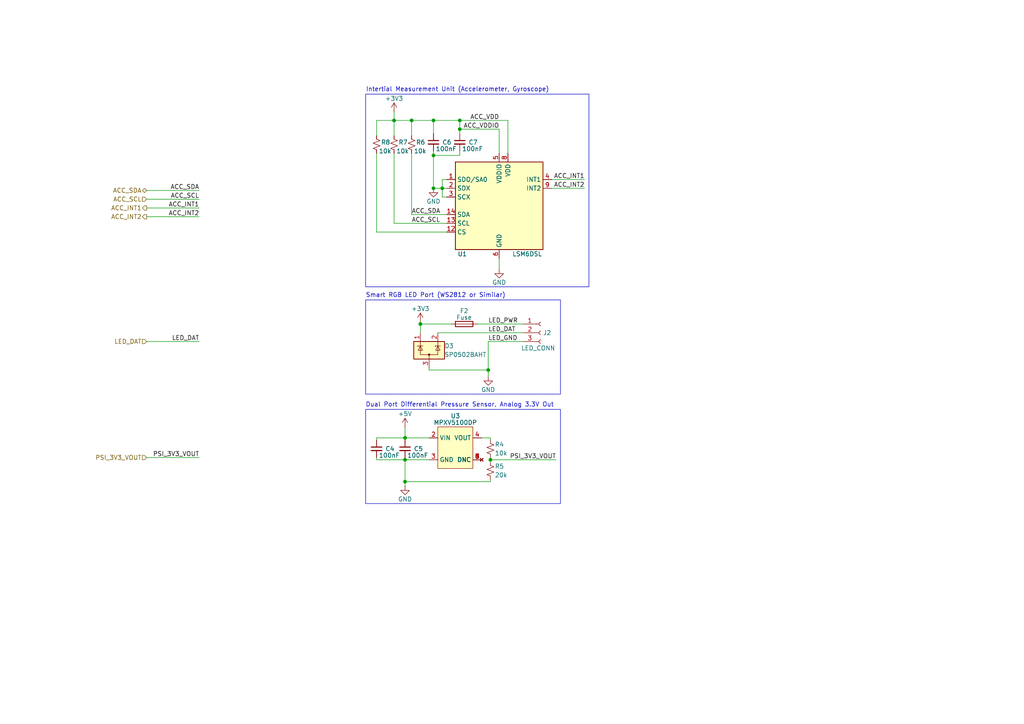
<source format=kicad_sch>
(kicad_sch
	(version 20250114)
	(generator "eeschema")
	(generator_version "9.0")
	(uuid "6ac5d573-a127-49f7-9342-c827ac9c1c0c")
	(paper "A4")
	(title_block
		(title "HuffAndPuff")
		(rev "A1")
		(company "DanWave Design LLC.")
		(comment 1 "In Collaboration with MIF")
		(comment 2 "Design by: Daniel J Manla")
		(comment 3 "Open Source Hardware")
	)
	(lib_symbols
		(symbol "Connector:Conn_01x03_Socket"
			(pin_names
				(offset 1.016)
				(hide yes)
			)
			(exclude_from_sim no)
			(in_bom yes)
			(on_board yes)
			(property "Reference" "J"
				(at 0 5.08 0)
				(effects
					(font
						(size 1.27 1.27)
					)
				)
			)
			(property "Value" "Conn_01x03_Socket"
				(at 0 -5.08 0)
				(effects
					(font
						(size 1.27 1.27)
					)
				)
			)
			(property "Footprint" ""
				(at 0 0 0)
				(effects
					(font
						(size 1.27 1.27)
					)
					(hide yes)
				)
			)
			(property "Datasheet" "~"
				(at 0 0 0)
				(effects
					(font
						(size 1.27 1.27)
					)
					(hide yes)
				)
			)
			(property "Description" "Generic connector, single row, 01x03, script generated"
				(at 0 0 0)
				(effects
					(font
						(size 1.27 1.27)
					)
					(hide yes)
				)
			)
			(property "ki_locked" ""
				(at 0 0 0)
				(effects
					(font
						(size 1.27 1.27)
					)
				)
			)
			(property "ki_keywords" "connector"
				(at 0 0 0)
				(effects
					(font
						(size 1.27 1.27)
					)
					(hide yes)
				)
			)
			(property "ki_fp_filters" "Connector*:*_1x??_*"
				(at 0 0 0)
				(effects
					(font
						(size 1.27 1.27)
					)
					(hide yes)
				)
			)
			(symbol "Conn_01x03_Socket_1_1"
				(polyline
					(pts
						(xy -1.27 2.54) (xy -0.508 2.54)
					)
					(stroke
						(width 0.1524)
						(type default)
					)
					(fill
						(type none)
					)
				)
				(polyline
					(pts
						(xy -1.27 0) (xy -0.508 0)
					)
					(stroke
						(width 0.1524)
						(type default)
					)
					(fill
						(type none)
					)
				)
				(polyline
					(pts
						(xy -1.27 -2.54) (xy -0.508 -2.54)
					)
					(stroke
						(width 0.1524)
						(type default)
					)
					(fill
						(type none)
					)
				)
				(arc
					(start 0 2.032)
					(mid -0.5058 2.54)
					(end 0 3.048)
					(stroke
						(width 0.1524)
						(type default)
					)
					(fill
						(type none)
					)
				)
				(arc
					(start 0 -0.508)
					(mid -0.5058 0)
					(end 0 0.508)
					(stroke
						(width 0.1524)
						(type default)
					)
					(fill
						(type none)
					)
				)
				(arc
					(start 0 -3.048)
					(mid -0.5058 -2.54)
					(end 0 -2.032)
					(stroke
						(width 0.1524)
						(type default)
					)
					(fill
						(type none)
					)
				)
				(pin passive line
					(at -5.08 2.54 0)
					(length 3.81)
					(name "Pin_1"
						(effects
							(font
								(size 1.27 1.27)
							)
						)
					)
					(number "1"
						(effects
							(font
								(size 1.27 1.27)
							)
						)
					)
				)
				(pin passive line
					(at -5.08 0 0)
					(length 3.81)
					(name "Pin_2"
						(effects
							(font
								(size 1.27 1.27)
							)
						)
					)
					(number "2"
						(effects
							(font
								(size 1.27 1.27)
							)
						)
					)
				)
				(pin passive line
					(at -5.08 -2.54 0)
					(length 3.81)
					(name "Pin_3"
						(effects
							(font
								(size 1.27 1.27)
							)
						)
					)
					(number "3"
						(effects
							(font
								(size 1.27 1.27)
							)
						)
					)
				)
			)
			(embedded_fonts no)
		)
		(symbol "Device:C_Small"
			(pin_numbers
				(hide yes)
			)
			(pin_names
				(offset 0.254)
				(hide yes)
			)
			(exclude_from_sim no)
			(in_bom yes)
			(on_board yes)
			(property "Reference" "C"
				(at 0.254 1.778 0)
				(effects
					(font
						(size 1.27 1.27)
					)
					(justify left)
				)
			)
			(property "Value" "C_Small"
				(at 0.254 -2.032 0)
				(effects
					(font
						(size 1.27 1.27)
					)
					(justify left)
				)
			)
			(property "Footprint" ""
				(at 0 0 0)
				(effects
					(font
						(size 1.27 1.27)
					)
					(hide yes)
				)
			)
			(property "Datasheet" "~"
				(at 0 0 0)
				(effects
					(font
						(size 1.27 1.27)
					)
					(hide yes)
				)
			)
			(property "Description" "Unpolarized capacitor, small symbol"
				(at 0 0 0)
				(effects
					(font
						(size 1.27 1.27)
					)
					(hide yes)
				)
			)
			(property "ki_keywords" "capacitor cap"
				(at 0 0 0)
				(effects
					(font
						(size 1.27 1.27)
					)
					(hide yes)
				)
			)
			(property "ki_fp_filters" "C_*"
				(at 0 0 0)
				(effects
					(font
						(size 1.27 1.27)
					)
					(hide yes)
				)
			)
			(symbol "C_Small_0_1"
				(polyline
					(pts
						(xy -1.524 0.508) (xy 1.524 0.508)
					)
					(stroke
						(width 0.3048)
						(type default)
					)
					(fill
						(type none)
					)
				)
				(polyline
					(pts
						(xy -1.524 -0.508) (xy 1.524 -0.508)
					)
					(stroke
						(width 0.3302)
						(type default)
					)
					(fill
						(type none)
					)
				)
			)
			(symbol "C_Small_1_1"
				(pin passive line
					(at 0 2.54 270)
					(length 2.032)
					(name "~"
						(effects
							(font
								(size 1.27 1.27)
							)
						)
					)
					(number "1"
						(effects
							(font
								(size 1.27 1.27)
							)
						)
					)
				)
				(pin passive line
					(at 0 -2.54 90)
					(length 2.032)
					(name "~"
						(effects
							(font
								(size 1.27 1.27)
							)
						)
					)
					(number "2"
						(effects
							(font
								(size 1.27 1.27)
							)
						)
					)
				)
			)
			(embedded_fonts no)
		)
		(symbol "Device:Fuse"
			(pin_numbers
				(hide yes)
			)
			(pin_names
				(offset 0)
			)
			(exclude_from_sim no)
			(in_bom yes)
			(on_board yes)
			(property "Reference" "F"
				(at 2.032 0 90)
				(effects
					(font
						(size 1.27 1.27)
					)
				)
			)
			(property "Value" "Fuse"
				(at -1.905 0 90)
				(effects
					(font
						(size 1.27 1.27)
					)
				)
			)
			(property "Footprint" ""
				(at -1.778 0 90)
				(effects
					(font
						(size 1.27 1.27)
					)
					(hide yes)
				)
			)
			(property "Datasheet" "~"
				(at 0 0 0)
				(effects
					(font
						(size 1.27 1.27)
					)
					(hide yes)
				)
			)
			(property "Description" "Fuse"
				(at 0 0 0)
				(effects
					(font
						(size 1.27 1.27)
					)
					(hide yes)
				)
			)
			(property "ki_keywords" "fuse"
				(at 0 0 0)
				(effects
					(font
						(size 1.27 1.27)
					)
					(hide yes)
				)
			)
			(property "ki_fp_filters" "*Fuse*"
				(at 0 0 0)
				(effects
					(font
						(size 1.27 1.27)
					)
					(hide yes)
				)
			)
			(symbol "Fuse_0_1"
				(rectangle
					(start -0.762 -2.54)
					(end 0.762 2.54)
					(stroke
						(width 0.254)
						(type default)
					)
					(fill
						(type none)
					)
				)
				(polyline
					(pts
						(xy 0 2.54) (xy 0 -2.54)
					)
					(stroke
						(width 0)
						(type default)
					)
					(fill
						(type none)
					)
				)
			)
			(symbol "Fuse_1_1"
				(pin passive line
					(at 0 3.81 270)
					(length 1.27)
					(name "~"
						(effects
							(font
								(size 1.27 1.27)
							)
						)
					)
					(number "1"
						(effects
							(font
								(size 1.27 1.27)
							)
						)
					)
				)
				(pin passive line
					(at 0 -3.81 90)
					(length 1.27)
					(name "~"
						(effects
							(font
								(size 1.27 1.27)
							)
						)
					)
					(number "2"
						(effects
							(font
								(size 1.27 1.27)
							)
						)
					)
				)
			)
			(embedded_fonts no)
		)
		(symbol "Device:R_Small_US"
			(pin_numbers
				(hide yes)
			)
			(pin_names
				(offset 0.254)
				(hide yes)
			)
			(exclude_from_sim no)
			(in_bom yes)
			(on_board yes)
			(property "Reference" "R"
				(at 0.762 0.508 0)
				(effects
					(font
						(size 1.27 1.27)
					)
					(justify left)
				)
			)
			(property "Value" "R_Small_US"
				(at 0.762 -1.016 0)
				(effects
					(font
						(size 1.27 1.27)
					)
					(justify left)
				)
			)
			(property "Footprint" ""
				(at 0 0 0)
				(effects
					(font
						(size 1.27 1.27)
					)
					(hide yes)
				)
			)
			(property "Datasheet" "~"
				(at 0 0 0)
				(effects
					(font
						(size 1.27 1.27)
					)
					(hide yes)
				)
			)
			(property "Description" "Resistor, small US symbol"
				(at 0 0 0)
				(effects
					(font
						(size 1.27 1.27)
					)
					(hide yes)
				)
			)
			(property "ki_keywords" "r resistor"
				(at 0 0 0)
				(effects
					(font
						(size 1.27 1.27)
					)
					(hide yes)
				)
			)
			(property "ki_fp_filters" "R_*"
				(at 0 0 0)
				(effects
					(font
						(size 1.27 1.27)
					)
					(hide yes)
				)
			)
			(symbol "R_Small_US_1_1"
				(polyline
					(pts
						(xy 0 1.524) (xy 1.016 1.143) (xy 0 0.762) (xy -1.016 0.381) (xy 0 0)
					)
					(stroke
						(width 0)
						(type default)
					)
					(fill
						(type none)
					)
				)
				(polyline
					(pts
						(xy 0 0) (xy 1.016 -0.381) (xy 0 -0.762) (xy -1.016 -1.143) (xy 0 -1.524)
					)
					(stroke
						(width 0)
						(type default)
					)
					(fill
						(type none)
					)
				)
				(pin passive line
					(at 0 2.54 270)
					(length 1.016)
					(name "~"
						(effects
							(font
								(size 1.27 1.27)
							)
						)
					)
					(number "1"
						(effects
							(font
								(size 1.27 1.27)
							)
						)
					)
				)
				(pin passive line
					(at 0 -2.54 90)
					(length 1.016)
					(name "~"
						(effects
							(font
								(size 1.27 1.27)
							)
						)
					)
					(number "2"
						(effects
							(font
								(size 1.27 1.27)
							)
						)
					)
				)
			)
			(embedded_fonts no)
		)
		(symbol "MPXV5100DP_1"
			(exclude_from_sim no)
			(in_bom yes)
			(on_board yes)
			(property "Reference" "U"
				(at 0 2.54 0)
				(effects
					(font
						(size 1.27 1.27)
					)
				)
			)
			(property "Value" "MPXV5100DP"
				(at 0 2.54 0)
				(effects
					(font
						(size 1.27 1.27)
					)
				)
			)
			(property "Footprint" "PressureSensor:BSOP-8-W16.76-H7.62-P2.54"
				(at 0 2.54 0)
				(effects
					(font
						(size 1.27 1.27)
					)
					(hide yes)
				)
			)
			(property "Datasheet" "https://www.nxp.com/docs/en/data-sheet/MPX5100.pdf"
				(at 0 2.54 0)
				(effects
					(font
						(size 1.27 1.27)
					)
					(hide yes)
				)
			)
			(property "Description" "Dual Port Differential Pressure Sensor"
				(at 0 2.54 0)
				(effects
					(font
						(size 1.27 1.27)
					)
					(hide yes)
				)
			)
			(symbol "MPXV5100DP_1_1_0"
				(pin no_connect line
					(at 7.62 -8.89 180)
					(length 2.54)
					(name "DNC"
						(effects
							(font
								(size 1.27 1.27)
							)
						)
					)
					(number "7"
						(effects
							(font
								(size 1.27 1.27)
							)
						)
					)
				)
				(pin no_connect line
					(at 7.62 -8.89 180)
					(length 2.54)
					(name "DNC"
						(effects
							(font
								(size 1.27 1.27)
							)
						)
					)
					(number "8"
						(effects
							(font
								(size 1.27 1.27)
							)
						)
					)
				)
			)
			(symbol "MPXV5100DP_1_1_1"
				(rectangle
					(start -5.08 0.635)
					(end 5.08 -11.43)
					(stroke
						(width 0)
						(type default)
					)
					(fill
						(type background)
					)
				)
				(pin power_in line
					(at -7.62 -2.54 0)
					(length 2.54)
					(name "VIN"
						(effects
							(font
								(size 1.27 1.27)
							)
						)
					)
					(number "2"
						(effects
							(font
								(size 1.27 1.27)
							)
						)
					)
				)
				(pin power_out line
					(at -7.62 -8.89 0)
					(length 2.54)
					(name "GND"
						(effects
							(font
								(size 1.27 1.27)
							)
						)
					)
					(number "3"
						(effects
							(font
								(size 1.27 1.27)
							)
						)
					)
				)
				(pin output line
					(at 7.62 -2.54 180)
					(length 2.54)
					(name "VOUT"
						(effects
							(font
								(size 1.27 1.27)
							)
						)
					)
					(number "4"
						(effects
							(font
								(size 1.27 1.27)
							)
						)
					)
				)
				(pin no_connect line
					(at 7.62 -8.89 180)
					(length 2.54)
					(name "DNC"
						(effects
							(font
								(size 1.27 1.27)
							)
						)
					)
					(number "1"
						(effects
							(font
								(size 1.27 1.27)
							)
						)
					)
				)
				(pin no_connect line
					(at 7.62 -8.89 180)
					(length 2.54)
					(name "DNC"
						(effects
							(font
								(size 1.27 1.27)
							)
						)
					)
					(number "5"
						(effects
							(font
								(size 1.27 1.27)
							)
						)
					)
				)
				(pin no_connect line
					(at 7.62 -8.89 180)
					(length 2.54)
					(name "DNC"
						(effects
							(font
								(size 1.27 1.27)
							)
						)
					)
					(number "6"
						(effects
							(font
								(size 1.27 1.27)
							)
						)
					)
				)
			)
			(embedded_fonts no)
		)
		(symbol "Power_Protection:SP0502BAHT"
			(pin_names
				(hide yes)
			)
			(exclude_from_sim no)
			(in_bom yes)
			(on_board yes)
			(property "Reference" "D"
				(at 5.715 2.54 0)
				(effects
					(font
						(size 1.27 1.27)
					)
					(justify left)
				)
			)
			(property "Value" "SP0502BAHT"
				(at 5.715 0.635 0)
				(effects
					(font
						(size 1.27 1.27)
					)
					(justify left)
				)
			)
			(property "Footprint" "Package_TO_SOT_SMD:SOT-23"
				(at 5.715 -1.27 0)
				(effects
					(font
						(size 1.27 1.27)
					)
					(justify left)
					(hide yes)
				)
			)
			(property "Datasheet" "http://www.littelfuse.com/~/media/files/littelfuse/technical%20resources/documents/data%20sheets/sp05xxba.pdf"
				(at 3.175 3.175 0)
				(effects
					(font
						(size 1.27 1.27)
					)
					(hide yes)
				)
			)
			(property "Description" "TVS Diode Array, 5.5V Standoff, 2 Channels, SOT-23 package"
				(at 0 0 0)
				(effects
					(font
						(size 1.27 1.27)
					)
					(hide yes)
				)
			)
			(property "ki_keywords" "usb esd protection suppression transient"
				(at 0 0 0)
				(effects
					(font
						(size 1.27 1.27)
					)
					(hide yes)
				)
			)
			(property "ki_fp_filters" "SOT?23*"
				(at 0 0 0)
				(effects
					(font
						(size 1.27 1.27)
					)
					(hide yes)
				)
			)
			(symbol "SP0502BAHT_0_0"
				(pin passive line
					(at 0 -5.08 90)
					(length 2.54)
					(name "A"
						(effects
							(font
								(size 1.27 1.27)
							)
						)
					)
					(number "3"
						(effects
							(font
								(size 1.27 1.27)
							)
						)
					)
				)
			)
			(symbol "SP0502BAHT_0_1"
				(rectangle
					(start -4.445 2.54)
					(end 4.445 -2.54)
					(stroke
						(width 0.254)
						(type default)
					)
					(fill
						(type background)
					)
				)
				(polyline
					(pts
						(xy -3.302 1.016) (xy -3.302 1.27) (xy -1.905 1.27) (xy -1.778 1.27)
					)
					(stroke
						(width 0)
						(type default)
					)
					(fill
						(type none)
					)
				)
				(polyline
					(pts
						(xy -2.54 2.54) (xy -2.54 1.27)
					)
					(stroke
						(width 0)
						(type default)
					)
					(fill
						(type none)
					)
				)
				(polyline
					(pts
						(xy -2.54 1.27) (xy -2.54 -1.27) (xy 2.54 -1.27) (xy 2.54 1.27)
					)
					(stroke
						(width 0)
						(type default)
					)
					(fill
						(type none)
					)
				)
				(polyline
					(pts
						(xy -2.54 1.27) (xy -1.905 0) (xy -3.175 0) (xy -2.54 1.27)
					)
					(stroke
						(width 0)
						(type default)
					)
					(fill
						(type none)
					)
				)
				(polyline
					(pts
						(xy 0 -1.27) (xy 0 -2.54)
					)
					(stroke
						(width 0)
						(type default)
					)
					(fill
						(type none)
					)
				)
				(circle
					(center 0 -1.27)
					(radius 0.254)
					(stroke
						(width 0)
						(type default)
					)
					(fill
						(type outline)
					)
				)
				(polyline
					(pts
						(xy 1.778 1.016) (xy 1.778 1.27) (xy 3.175 1.27) (xy 3.302 1.27)
					)
					(stroke
						(width 0)
						(type default)
					)
					(fill
						(type none)
					)
				)
				(polyline
					(pts
						(xy 2.54 2.54) (xy 2.54 1.27)
					)
					(stroke
						(width 0)
						(type default)
					)
					(fill
						(type none)
					)
				)
				(polyline
					(pts
						(xy 2.54 1.27) (xy 1.905 0) (xy 3.175 0) (xy 2.54 1.27)
					)
					(stroke
						(width 0)
						(type default)
					)
					(fill
						(type none)
					)
				)
			)
			(symbol "SP0502BAHT_1_1"
				(pin passive line
					(at -2.54 5.08 270)
					(length 2.54)
					(name "K"
						(effects
							(font
								(size 1.27 1.27)
							)
						)
					)
					(number "1"
						(effects
							(font
								(size 1.27 1.27)
							)
						)
					)
				)
				(pin passive line
					(at 2.54 5.08 270)
					(length 2.54)
					(name "K"
						(effects
							(font
								(size 1.27 1.27)
							)
						)
					)
					(number "2"
						(effects
							(font
								(size 1.27 1.27)
							)
						)
					)
				)
			)
			(embedded_fonts no)
		)
		(symbol "Sensor_Motion:LSM6DSL"
			(exclude_from_sim no)
			(in_bom yes)
			(on_board yes)
			(property "Reference" "U"
				(at -11.43 15.24 0)
				(effects
					(font
						(size 1.27 1.27)
					)
					(justify left)
				)
			)
			(property "Value" "LSM6DSL"
				(at -11.43 12.7 0)
				(effects
					(font
						(size 1.27 1.27)
					)
					(justify left bottom)
				)
			)
			(property "Footprint" "Package_LGA:LGA-14_3x2.5mm_P0.5mm_LayoutBorder3x4y"
				(at -10.16 -17.78 0)
				(effects
					(font
						(size 1.27 1.27)
					)
					(justify left)
					(hide yes)
				)
			)
			(property "Datasheet" "https://www.st.com/resource/en/datasheet/lsm6dsl.pdf"
				(at 2.54 -16.51 0)
				(effects
					(font
						(size 1.27 1.27)
					)
					(hide yes)
				)
			)
			(property "Description" "I2C/SPI, iNEMO inertial module: always-on 3D accelerometer and 3D gyroscope, 1.71V to 3.6V VCC"
				(at 0 0 0)
				(effects
					(font
						(size 1.27 1.27)
					)
					(hide yes)
				)
			)
			(property "ki_keywords" "Accelerometer Gyroscope MEMS"
				(at 0 0 0)
				(effects
					(font
						(size 1.27 1.27)
					)
					(hide yes)
				)
			)
			(property "ki_fp_filters" "LGA*3x2.5mm*P0.5mm*LayoutBorder3x4y*"
				(at 0 0 0)
				(effects
					(font
						(size 1.27 1.27)
					)
					(hide yes)
				)
			)
			(symbol "LSM6DSL_0_1"
				(rectangle
					(start -12.7 12.7)
					(end 12.7 -12.7)
					(stroke
						(width 0.254)
						(type default)
					)
					(fill
						(type background)
					)
				)
			)
			(symbol "LSM6DSL_1_1"
				(pin bidirectional line
					(at -15.24 7.62 0)
					(length 2.54)
					(name "SDO/SA0"
						(effects
							(font
								(size 1.27 1.27)
							)
						)
					)
					(number "1"
						(effects
							(font
								(size 1.27 1.27)
							)
						)
					)
				)
				(pin bidirectional line
					(at -15.24 5.08 0)
					(length 2.54)
					(name "SDX"
						(effects
							(font
								(size 1.27 1.27)
							)
						)
					)
					(number "2"
						(effects
							(font
								(size 1.27 1.27)
							)
						)
					)
				)
				(pin input line
					(at -15.24 2.54 0)
					(length 2.54)
					(name "SCX"
						(effects
							(font
								(size 1.27 1.27)
							)
						)
					)
					(number "3"
						(effects
							(font
								(size 1.27 1.27)
							)
						)
					)
				)
				(pin bidirectional line
					(at -15.24 -2.54 0)
					(length 2.54)
					(name "SDA"
						(effects
							(font
								(size 1.27 1.27)
							)
						)
					)
					(number "14"
						(effects
							(font
								(size 1.27 1.27)
							)
						)
					)
				)
				(pin input line
					(at -15.24 -5.08 0)
					(length 2.54)
					(name "SCL"
						(effects
							(font
								(size 1.27 1.27)
							)
						)
					)
					(number "13"
						(effects
							(font
								(size 1.27 1.27)
							)
						)
					)
				)
				(pin input line
					(at -15.24 -7.62 0)
					(length 2.54)
					(name "CS"
						(effects
							(font
								(size 1.27 1.27)
							)
						)
					)
					(number "12"
						(effects
							(font
								(size 1.27 1.27)
							)
						)
					)
				)
				(pin power_in line
					(at 0 15.24 270)
					(length 2.54)
					(name "VDDIO"
						(effects
							(font
								(size 1.27 1.27)
							)
						)
					)
					(number "5"
						(effects
							(font
								(size 1.27 1.27)
							)
						)
					)
				)
				(pin power_in line
					(at 0 -15.24 90)
					(length 2.54)
					(name "GND"
						(effects
							(font
								(size 1.27 1.27)
							)
						)
					)
					(number "6"
						(effects
							(font
								(size 1.27 1.27)
							)
						)
					)
				)
				(pin passive line
					(at 0 -15.24 90)
					(length 2.54)
					(hide yes)
					(name "GND"
						(effects
							(font
								(size 1.27 1.27)
							)
						)
					)
					(number "7"
						(effects
							(font
								(size 1.27 1.27)
							)
						)
					)
				)
				(pin power_in line
					(at 2.54 15.24 270)
					(length 2.54)
					(name "VDD"
						(effects
							(font
								(size 1.27 1.27)
							)
						)
					)
					(number "8"
						(effects
							(font
								(size 1.27 1.27)
							)
						)
					)
				)
				(pin no_connect line
					(at 12.7 -2.54 180)
					(length 3.81)
					(hide yes)
					(name "NC"
						(effects
							(font
								(size 1.27 1.27)
							)
						)
					)
					(number "11"
						(effects
							(font
								(size 1.27 1.27)
							)
						)
					)
				)
				(pin no_connect line
					(at 12.7 -5.08 180)
					(length 3.81)
					(hide yes)
					(name "NC"
						(effects
							(font
								(size 1.27 1.27)
							)
						)
					)
					(number "10"
						(effects
							(font
								(size 1.27 1.27)
							)
						)
					)
				)
				(pin output line
					(at 15.24 7.62 180)
					(length 2.54)
					(name "INT1"
						(effects
							(font
								(size 1.27 1.27)
							)
						)
					)
					(number "4"
						(effects
							(font
								(size 1.27 1.27)
							)
						)
					)
				)
				(pin output line
					(at 15.24 5.08 180)
					(length 2.54)
					(name "INT2"
						(effects
							(font
								(size 1.27 1.27)
							)
						)
					)
					(number "9"
						(effects
							(font
								(size 1.27 1.27)
							)
						)
					)
				)
			)
			(embedded_fonts no)
		)
		(symbol "power:+3V3"
			(power)
			(pin_numbers
				(hide yes)
			)
			(pin_names
				(offset 0)
				(hide yes)
			)
			(exclude_from_sim no)
			(in_bom yes)
			(on_board yes)
			(property "Reference" "#PWR"
				(at 0 -3.81 0)
				(effects
					(font
						(size 1.27 1.27)
					)
					(hide yes)
				)
			)
			(property "Value" "+3V3"
				(at 0 3.556 0)
				(effects
					(font
						(size 1.27 1.27)
					)
				)
			)
			(property "Footprint" ""
				(at 0 0 0)
				(effects
					(font
						(size 1.27 1.27)
					)
					(hide yes)
				)
			)
			(property "Datasheet" ""
				(at 0 0 0)
				(effects
					(font
						(size 1.27 1.27)
					)
					(hide yes)
				)
			)
			(property "Description" "Power symbol creates a global label with name \"+3V3\""
				(at 0 0 0)
				(effects
					(font
						(size 1.27 1.27)
					)
					(hide yes)
				)
			)
			(property "ki_keywords" "global power"
				(at 0 0 0)
				(effects
					(font
						(size 1.27 1.27)
					)
					(hide yes)
				)
			)
			(symbol "+3V3_0_1"
				(polyline
					(pts
						(xy -0.762 1.27) (xy 0 2.54)
					)
					(stroke
						(width 0)
						(type default)
					)
					(fill
						(type none)
					)
				)
				(polyline
					(pts
						(xy 0 2.54) (xy 0.762 1.27)
					)
					(stroke
						(width 0)
						(type default)
					)
					(fill
						(type none)
					)
				)
				(polyline
					(pts
						(xy 0 0) (xy 0 2.54)
					)
					(stroke
						(width 0)
						(type default)
					)
					(fill
						(type none)
					)
				)
			)
			(symbol "+3V3_1_1"
				(pin power_in line
					(at 0 0 90)
					(length 0)
					(name "~"
						(effects
							(font
								(size 1.27 1.27)
							)
						)
					)
					(number "1"
						(effects
							(font
								(size 1.27 1.27)
							)
						)
					)
				)
			)
			(embedded_fonts no)
		)
		(symbol "power:+5V"
			(power)
			(pin_numbers
				(hide yes)
			)
			(pin_names
				(offset 0)
				(hide yes)
			)
			(exclude_from_sim no)
			(in_bom yes)
			(on_board yes)
			(property "Reference" "#PWR"
				(at 0 -3.81 0)
				(effects
					(font
						(size 1.27 1.27)
					)
					(hide yes)
				)
			)
			(property "Value" "+5V"
				(at 0 3.556 0)
				(effects
					(font
						(size 1.27 1.27)
					)
				)
			)
			(property "Footprint" ""
				(at 0 0 0)
				(effects
					(font
						(size 1.27 1.27)
					)
					(hide yes)
				)
			)
			(property "Datasheet" ""
				(at 0 0 0)
				(effects
					(font
						(size 1.27 1.27)
					)
					(hide yes)
				)
			)
			(property "Description" "Power symbol creates a global label with name \"+5V\""
				(at 0 0 0)
				(effects
					(font
						(size 1.27 1.27)
					)
					(hide yes)
				)
			)
			(property "ki_keywords" "global power"
				(at 0 0 0)
				(effects
					(font
						(size 1.27 1.27)
					)
					(hide yes)
				)
			)
			(symbol "+5V_0_1"
				(polyline
					(pts
						(xy -0.762 1.27) (xy 0 2.54)
					)
					(stroke
						(width 0)
						(type default)
					)
					(fill
						(type none)
					)
				)
				(polyline
					(pts
						(xy 0 2.54) (xy 0.762 1.27)
					)
					(stroke
						(width 0)
						(type default)
					)
					(fill
						(type none)
					)
				)
				(polyline
					(pts
						(xy 0 0) (xy 0 2.54)
					)
					(stroke
						(width 0)
						(type default)
					)
					(fill
						(type none)
					)
				)
			)
			(symbol "+5V_1_1"
				(pin power_in line
					(at 0 0 90)
					(length 0)
					(name "~"
						(effects
							(font
								(size 1.27 1.27)
							)
						)
					)
					(number "1"
						(effects
							(font
								(size 1.27 1.27)
							)
						)
					)
				)
			)
			(embedded_fonts no)
		)
		(symbol "power:GND"
			(power)
			(pin_numbers
				(hide yes)
			)
			(pin_names
				(offset 0)
				(hide yes)
			)
			(exclude_from_sim no)
			(in_bom yes)
			(on_board yes)
			(property "Reference" "#PWR"
				(at 0 -6.35 0)
				(effects
					(font
						(size 1.27 1.27)
					)
					(hide yes)
				)
			)
			(property "Value" "GND"
				(at 0 -3.81 0)
				(effects
					(font
						(size 1.27 1.27)
					)
				)
			)
			(property "Footprint" ""
				(at 0 0 0)
				(effects
					(font
						(size 1.27 1.27)
					)
					(hide yes)
				)
			)
			(property "Datasheet" ""
				(at 0 0 0)
				(effects
					(font
						(size 1.27 1.27)
					)
					(hide yes)
				)
			)
			(property "Description" "Power symbol creates a global label with name \"GND\" , ground"
				(at 0 0 0)
				(effects
					(font
						(size 1.27 1.27)
					)
					(hide yes)
				)
			)
			(property "ki_keywords" "global power"
				(at 0 0 0)
				(effects
					(font
						(size 1.27 1.27)
					)
					(hide yes)
				)
			)
			(symbol "GND_0_1"
				(polyline
					(pts
						(xy 0 0) (xy 0 -1.27) (xy 1.27 -1.27) (xy 0 -2.54) (xy -1.27 -1.27) (xy 0 -1.27)
					)
					(stroke
						(width 0)
						(type default)
					)
					(fill
						(type none)
					)
				)
			)
			(symbol "GND_1_1"
				(pin power_in line
					(at 0 0 270)
					(length 0)
					(name "~"
						(effects
							(font
								(size 1.27 1.27)
							)
						)
					)
					(number "1"
						(effects
							(font
								(size 1.27 1.27)
							)
						)
					)
				)
			)
			(embedded_fonts no)
		)
	)
	(rectangle
		(start 106.045 86.995)
		(end 162.56 114.3)
		(stroke
			(width 0)
			(type default)
		)
		(fill
			(type none)
		)
		(uuid 0a08215f-fb99-4485-a173-8e66a68dfbaa)
	)
	(rectangle
		(start 106.045 27.305)
		(end 170.815 83.185)
		(stroke
			(width 0)
			(type default)
		)
		(fill
			(type none)
		)
		(uuid 2bf5b9fd-fc57-4079-b220-a615bf582958)
	)
	(rectangle
		(start 106.045 118.745)
		(end 162.56 146.05)
		(stroke
			(width 0)
			(type default)
		)
		(fill
			(type none)
		)
		(uuid 4b10a924-7444-41e6-ac74-2d76810b3296)
	)
	(text "Smart RGB LED Port (WS2812 or Similar)"
		(exclude_from_sim no)
		(at 126.365 85.725 0)
		(effects
			(font
				(size 1.27 1.27)
			)
		)
		(uuid "23c813b9-bee2-4e74-a16c-01834eefc616")
	)
	(text "Dual Port Differential Pressure Sensor, Analog 3.3V Out"
		(exclude_from_sim no)
		(at 133.35 117.475 0)
		(effects
			(font
				(size 1.27 1.27)
			)
		)
		(uuid "387264b0-cb43-469d-8f23-3a9eeefeb417")
	)
	(text "Intertial Measurement Unit (Accelerometer, Gyroscope)"
		(exclude_from_sim no)
		(at 132.715 26.035 0)
		(effects
			(font
				(size 1.27 1.27)
			)
		)
		(uuid "f0ff3f94-40b4-4432-bb4d-1f97d83b8b19")
	)
	(junction
		(at 125.73 45.085)
		(diameter 0)
		(color 0 0 0 0)
		(uuid "03d8d46f-9252-4c10-be8b-1a8b5d32feaa")
	)
	(junction
		(at 117.475 127)
		(diameter 0)
		(color 0 0 0 0)
		(uuid "13497c43-062c-427f-95d1-6c1b01cf1d6f")
	)
	(junction
		(at 133.35 37.465)
		(diameter 0)
		(color 0 0 0 0)
		(uuid "1e5899ed-d749-4c98-aaf1-aa1164966d6e")
	)
	(junction
		(at 128.27 54.61)
		(diameter 0)
		(color 0 0 0 0)
		(uuid "2eaa7cad-efec-4ff9-bcf4-0fc48f234285")
	)
	(junction
		(at 121.92 93.98)
		(diameter 0)
		(color 0 0 0 0)
		(uuid "318d02ed-3df0-42d8-91ee-297624a76060")
	)
	(junction
		(at 117.475 139.7)
		(diameter 0)
		(color 0 0 0 0)
		(uuid "3ed0dc54-a12a-4e98-9c1e-c1a7f6914176")
	)
	(junction
		(at 141.605 107.315)
		(diameter 0)
		(color 0 0 0 0)
		(uuid "4242e944-7926-4e56-bc1c-55ae0ae3fb02")
	)
	(junction
		(at 119.38 34.925)
		(diameter 0)
		(color 0 0 0 0)
		(uuid "59653696-4d9d-40ae-badc-391b6e8b7d5a")
	)
	(junction
		(at 117.475 133.35)
		(diameter 0)
		(color 0 0 0 0)
		(uuid "79ac69f1-56be-40b4-abe6-7ac379a8ee41")
	)
	(junction
		(at 125.73 34.925)
		(diameter 0)
		(color 0 0 0 0)
		(uuid "876096f2-c187-403e-8415-cc38af634bf8")
	)
	(junction
		(at 125.73 54.61)
		(diameter 0)
		(color 0 0 0 0)
		(uuid "8de1522f-ea32-4631-8293-a7d77580e601")
	)
	(junction
		(at 114.3 34.925)
		(diameter 0)
		(color 0 0 0 0)
		(uuid "9ee67582-f94a-4b0b-8235-983e5dcd2632")
	)
	(junction
		(at 133.35 34.925)
		(diameter 0)
		(color 0 0 0 0)
		(uuid "d68cef1b-b2b0-4330-9f69-2f28f83d2d9c")
	)
	(junction
		(at 142.24 133.35)
		(diameter 0)
		(color 0 0 0 0)
		(uuid "e24e55a8-5d93-4548-8b41-e6ce2def0a3b")
	)
	(wire
		(pts
			(xy 141.605 107.315) (xy 141.605 109.22)
		)
		(stroke
			(width 0)
			(type default)
		)
		(uuid "0623ed03-7226-4f44-8c5b-1769108fe9b2")
	)
	(wire
		(pts
			(xy 129.54 54.61) (xy 128.27 54.61)
		)
		(stroke
			(width 0)
			(type default)
		)
		(uuid "0f049d71-ec40-4b51-9938-521220544009")
	)
	(wire
		(pts
			(xy 142.24 132.715) (xy 142.24 133.35)
		)
		(stroke
			(width 0)
			(type default)
		)
		(uuid "106c534b-2b19-4c95-a059-0013d7c1b2a6")
	)
	(wire
		(pts
			(xy 124.46 107.315) (xy 141.605 107.315)
		)
		(stroke
			(width 0)
			(type default)
		)
		(uuid "10984d44-5f18-4ee5-be7e-023fd26a926c")
	)
	(wire
		(pts
			(xy 117.475 127) (xy 124.46 127)
		)
		(stroke
			(width 0)
			(type default)
		)
		(uuid "19fa6ce7-b63b-447b-ac95-465a94014943")
	)
	(wire
		(pts
			(xy 133.35 45.085) (xy 133.35 43.815)
		)
		(stroke
			(width 0)
			(type default)
		)
		(uuid "1c2e7cd1-3a48-4b29-9e1e-4507e95a87dd")
	)
	(wire
		(pts
			(xy 42.545 99.06) (xy 57.785 99.06)
		)
		(stroke
			(width 0)
			(type default)
		)
		(uuid "1cee7daa-c05f-4527-86c8-7555e9c34b66")
	)
	(wire
		(pts
			(xy 124.46 106.68) (xy 124.46 107.315)
		)
		(stroke
			(width 0)
			(type default)
		)
		(uuid "1d676194-f389-440d-be0e-9a736218f414")
	)
	(wire
		(pts
			(xy 114.3 64.77) (xy 129.54 64.77)
		)
		(stroke
			(width 0)
			(type default)
		)
		(uuid "1fd6a0a6-7017-4095-9761-a828274f8cab")
	)
	(wire
		(pts
			(xy 125.73 34.925) (xy 125.73 38.735)
		)
		(stroke
			(width 0)
			(type default)
		)
		(uuid "23b6512b-8c0f-4e3b-8658-3730e4c3c3c7")
	)
	(wire
		(pts
			(xy 121.92 93.98) (xy 121.92 96.52)
		)
		(stroke
			(width 0)
			(type default)
		)
		(uuid "23eacf4e-2e2e-4e9f-8ca4-c0fdb85e1898")
	)
	(wire
		(pts
			(xy 142.24 133.35) (xy 142.24 133.985)
		)
		(stroke
			(width 0)
			(type default)
		)
		(uuid "258673d4-8cc2-4e93-88af-294c7cce8aaf")
	)
	(wire
		(pts
			(xy 109.22 127.635) (xy 109.22 127)
		)
		(stroke
			(width 0)
			(type default)
		)
		(uuid "2721e15d-bb65-4d1a-842d-426a72fcf928")
	)
	(wire
		(pts
			(xy 119.38 34.925) (xy 125.73 34.925)
		)
		(stroke
			(width 0)
			(type default)
		)
		(uuid "297f7a3f-d0b8-49c1-a205-7df8650dc9cb")
	)
	(wire
		(pts
			(xy 119.38 62.23) (xy 129.54 62.23)
		)
		(stroke
			(width 0)
			(type default)
		)
		(uuid "29c4fd91-b585-4e5a-9dde-f2a51921be7d")
	)
	(wire
		(pts
			(xy 42.545 62.865) (xy 57.785 62.865)
		)
		(stroke
			(width 0)
			(type default)
		)
		(uuid "33e895c9-d70c-44fa-b3f9-9fd329f8055d")
	)
	(wire
		(pts
			(xy 121.92 93.98) (xy 130.81 93.98)
		)
		(stroke
			(width 0)
			(type default)
		)
		(uuid "35da783f-c833-48eb-836c-c54262965c1d")
	)
	(wire
		(pts
			(xy 133.35 37.465) (xy 133.35 38.735)
		)
		(stroke
			(width 0)
			(type default)
		)
		(uuid "3849bd5d-098b-447e-b692-3920a7aac30f")
	)
	(wire
		(pts
			(xy 133.35 45.085) (xy 125.73 45.085)
		)
		(stroke
			(width 0)
			(type default)
		)
		(uuid "3b8de5cc-9086-4e73-a236-31e6bcac5cb1")
	)
	(wire
		(pts
			(xy 128.27 54.61) (xy 128.27 57.15)
		)
		(stroke
			(width 0)
			(type default)
		)
		(uuid "3d1a7353-8464-467f-8dd0-2e0f9095d3e9")
	)
	(wire
		(pts
			(xy 160.02 52.07) (xy 169.545 52.07)
		)
		(stroke
			(width 0)
			(type default)
		)
		(uuid "4488b1e7-fad9-45b2-b24c-e1633f97a526")
	)
	(wire
		(pts
			(xy 109.22 132.715) (xy 109.22 133.35)
		)
		(stroke
			(width 0)
			(type default)
		)
		(uuid "4f77bb2a-c10d-4343-9505-413a85c135ef")
	)
	(wire
		(pts
			(xy 125.73 54.61) (xy 128.27 54.61)
		)
		(stroke
			(width 0)
			(type default)
		)
		(uuid "5da7866a-37e2-4e29-9a60-f2435944d42f")
	)
	(wire
		(pts
			(xy 142.24 139.7) (xy 142.24 139.065)
		)
		(stroke
			(width 0)
			(type default)
		)
		(uuid "608fca21-cde2-40d8-b476-7bee3cf57078")
	)
	(wire
		(pts
			(xy 119.38 44.45) (xy 119.38 62.23)
		)
		(stroke
			(width 0)
			(type default)
		)
		(uuid "610fefca-d162-489e-b67a-46d16bc597ee")
	)
	(wire
		(pts
			(xy 125.73 45.085) (xy 125.73 54.61)
		)
		(stroke
			(width 0)
			(type default)
		)
		(uuid "6a3d9429-94a8-4f36-8382-0131309cb717")
	)
	(wire
		(pts
			(xy 160.02 54.61) (xy 169.545 54.61)
		)
		(stroke
			(width 0)
			(type default)
		)
		(uuid "6bb500f3-b2f2-4e38-9b01-6ce139171703")
	)
	(wire
		(pts
			(xy 138.43 93.98) (xy 151.765 93.98)
		)
		(stroke
			(width 0)
			(type default)
		)
		(uuid "6d5551b5-2112-4ca5-96ed-6e20bf1883af")
	)
	(wire
		(pts
			(xy 121.92 93.345) (xy 121.92 93.98)
		)
		(stroke
			(width 0)
			(type default)
		)
		(uuid "6e7ab232-69a7-49d5-9972-2fe9e3bd8cd6")
	)
	(wire
		(pts
			(xy 141.605 99.06) (xy 151.765 99.06)
		)
		(stroke
			(width 0)
			(type default)
		)
		(uuid "6eb71362-db13-4c5e-a763-c40f4f2c0700")
	)
	(wire
		(pts
			(xy 142.24 133.35) (xy 161.29 133.35)
		)
		(stroke
			(width 0)
			(type default)
		)
		(uuid "71d9558c-f133-4b1f-83a7-a85fa3b918bf")
	)
	(wire
		(pts
			(xy 109.22 127) (xy 117.475 127)
		)
		(stroke
			(width 0)
			(type default)
		)
		(uuid "728d927e-b03e-4ccd-97de-44c69e18f4f2")
	)
	(wire
		(pts
			(xy 129.54 52.07) (xy 128.27 52.07)
		)
		(stroke
			(width 0)
			(type default)
		)
		(uuid "73a25369-3fc4-48fc-a034-b3f4f7ff0a68")
	)
	(wire
		(pts
			(xy 114.3 34.925) (xy 119.38 34.925)
		)
		(stroke
			(width 0)
			(type default)
		)
		(uuid "77809dcc-3284-4469-8438-18b4e0f27b4a")
	)
	(wire
		(pts
			(xy 114.3 32.385) (xy 114.3 34.925)
		)
		(stroke
			(width 0)
			(type default)
		)
		(uuid "77c8d6fc-eafa-4889-894f-6aea8bc97da5")
	)
	(wire
		(pts
			(xy 147.32 34.925) (xy 133.35 34.925)
		)
		(stroke
			(width 0)
			(type default)
		)
		(uuid "7a0fd660-26cc-4818-891e-8cdb9237b351")
	)
	(wire
		(pts
			(xy 144.78 44.45) (xy 144.78 37.465)
		)
		(stroke
			(width 0)
			(type default)
		)
		(uuid "82286a09-eb0a-4466-8244-3b031feb09f4")
	)
	(wire
		(pts
			(xy 125.73 45.085) (xy 125.73 43.815)
		)
		(stroke
			(width 0)
			(type default)
		)
		(uuid "854ef346-14d8-4b24-bfe1-2e03b2d0aaae")
	)
	(wire
		(pts
			(xy 114.3 34.925) (xy 114.3 39.37)
		)
		(stroke
			(width 0)
			(type default)
		)
		(uuid "91bcae9a-b792-4827-a1b1-36e079e5319d")
	)
	(wire
		(pts
			(xy 124.46 133.35) (xy 117.475 133.35)
		)
		(stroke
			(width 0)
			(type default)
		)
		(uuid "95f9a554-a95e-46c5-a15e-daacc236c7fb")
	)
	(wire
		(pts
			(xy 144.78 37.465) (xy 133.35 37.465)
		)
		(stroke
			(width 0)
			(type default)
		)
		(uuid "9683226a-363d-4c90-aec1-4433554c307b")
	)
	(wire
		(pts
			(xy 147.32 44.45) (xy 147.32 34.925)
		)
		(stroke
			(width 0)
			(type default)
		)
		(uuid "976de9e9-ef1a-43d0-852d-0bab45b544ee")
	)
	(wire
		(pts
			(xy 142.24 127) (xy 139.7 127)
		)
		(stroke
			(width 0)
			(type default)
		)
		(uuid "977ec8b4-6345-47f8-a1d0-360be9d347e8")
	)
	(wire
		(pts
			(xy 114.3 44.45) (xy 114.3 64.77)
		)
		(stroke
			(width 0)
			(type default)
		)
		(uuid "a268ea34-2b7d-4212-9807-71304075517d")
	)
	(wire
		(pts
			(xy 142.24 139.7) (xy 117.475 139.7)
		)
		(stroke
			(width 0)
			(type default)
		)
		(uuid "a4d3a1c8-b381-492f-bf22-6289b2e2e6ab")
	)
	(wire
		(pts
			(xy 128.27 52.07) (xy 128.27 54.61)
		)
		(stroke
			(width 0)
			(type default)
		)
		(uuid "a4ec1877-8797-4e75-8fd8-3308a7784460")
	)
	(wire
		(pts
			(xy 142.24 127.635) (xy 142.24 127)
		)
		(stroke
			(width 0)
			(type default)
		)
		(uuid "a57f7889-e71f-48d6-a353-c93a4be33c91")
	)
	(wire
		(pts
			(xy 42.545 132.715) (xy 57.785 132.715)
		)
		(stroke
			(width 0)
			(type default)
		)
		(uuid "a68cdeab-3236-4e3e-92cd-9304a2cc0ecd")
	)
	(wire
		(pts
			(xy 109.22 133.35) (xy 117.475 133.35)
		)
		(stroke
			(width 0)
			(type default)
		)
		(uuid "ab39c537-ee8a-4a63-a23a-439c654e3881")
	)
	(wire
		(pts
			(xy 117.475 127) (xy 117.475 123.825)
		)
		(stroke
			(width 0)
			(type default)
		)
		(uuid "ad7382dc-6f84-47da-bfc0-cc268cf63f5a")
	)
	(wire
		(pts
			(xy 109.22 44.45) (xy 109.22 67.31)
		)
		(stroke
			(width 0)
			(type default)
		)
		(uuid "b72d10ac-5e40-49cb-9f94-d1aa2ab92a80")
	)
	(wire
		(pts
			(xy 109.22 34.925) (xy 109.22 39.37)
		)
		(stroke
			(width 0)
			(type default)
		)
		(uuid "bab4baee-4b27-42d8-b47a-02cdaac990f9")
	)
	(wire
		(pts
			(xy 42.545 60.325) (xy 57.785 60.325)
		)
		(stroke
			(width 0)
			(type default)
		)
		(uuid "c36a35c8-7115-4a0c-bc5e-676efc61018a")
	)
	(wire
		(pts
			(xy 128.27 57.15) (xy 129.54 57.15)
		)
		(stroke
			(width 0)
			(type default)
		)
		(uuid "c547c632-7d69-419d-b19f-279bfc895304")
	)
	(wire
		(pts
			(xy 109.22 34.925) (xy 114.3 34.925)
		)
		(stroke
			(width 0)
			(type default)
		)
		(uuid "cab5d618-d1e5-461d-95e1-e9af42dce2bd")
	)
	(wire
		(pts
			(xy 133.35 34.925) (xy 125.73 34.925)
		)
		(stroke
			(width 0)
			(type default)
		)
		(uuid "ce2df31c-e963-4073-ba91-e3d78f4ef6ad")
	)
	(wire
		(pts
			(xy 42.545 55.245) (xy 57.785 55.245)
		)
		(stroke
			(width 0)
			(type default)
		)
		(uuid "d1243e50-2420-43fd-8b15-43a1c8cb40c8")
	)
	(wire
		(pts
			(xy 117.475 133.35) (xy 117.475 139.7)
		)
		(stroke
			(width 0)
			(type default)
		)
		(uuid "d7b74d24-b438-4c2e-90ec-ced9fee0f7f7")
	)
	(wire
		(pts
			(xy 141.605 99.06) (xy 141.605 107.315)
		)
		(stroke
			(width 0)
			(type default)
		)
		(uuid "db020a68-f107-48d3-bcd3-2e99c0545942")
	)
	(wire
		(pts
			(xy 117.475 139.7) (xy 117.475 140.97)
		)
		(stroke
			(width 0)
			(type default)
		)
		(uuid "dc2e74d9-69f7-4f0d-9e90-f197209291ad")
	)
	(wire
		(pts
			(xy 117.475 127) (xy 117.475 127.635)
		)
		(stroke
			(width 0)
			(type default)
		)
		(uuid "ddcf2917-f37d-493d-af19-a70183065573")
	)
	(wire
		(pts
			(xy 109.22 67.31) (xy 129.54 67.31)
		)
		(stroke
			(width 0)
			(type default)
		)
		(uuid "e09b6b78-9f8b-4661-8462-43164bc29bf1")
	)
	(wire
		(pts
			(xy 42.545 57.785) (xy 57.785 57.785)
		)
		(stroke
			(width 0)
			(type default)
		)
		(uuid "e0d9fbdf-e785-4aa5-a0fe-d43f5d3b182e")
	)
	(wire
		(pts
			(xy 144.78 74.93) (xy 144.78 78.105)
		)
		(stroke
			(width 0)
			(type default)
		)
		(uuid "e69c334e-9b45-4b27-ae65-92d882b56b21")
	)
	(wire
		(pts
			(xy 119.38 34.925) (xy 119.38 39.37)
		)
		(stroke
			(width 0)
			(type default)
		)
		(uuid "e6a71e38-e043-4412-9990-2a0a9d022167")
	)
	(wire
		(pts
			(xy 133.35 34.925) (xy 133.35 37.465)
		)
		(stroke
			(width 0)
			(type default)
		)
		(uuid "f3aafccd-0407-4721-b6c1-cda660c08e3b")
	)
	(wire
		(pts
			(xy 117.475 133.35) (xy 117.475 132.715)
		)
		(stroke
			(width 0)
			(type default)
		)
		(uuid "f4c56a84-d46e-43c7-9a48-ac0e34a8dd1c")
	)
	(wire
		(pts
			(xy 127 96.52) (xy 151.765 96.52)
		)
		(stroke
			(width 0)
			(type default)
		)
		(uuid "ff486647-f671-408a-98c6-5a54b3b958b8")
	)
	(label "PSI_3V3_VOUT"
		(at 57.785 132.715 180)
		(effects
			(font
				(size 1.27 1.27)
			)
			(justify right bottom)
		)
		(uuid "10fd09ff-09cc-421e-8e05-1326fc9a7ae4")
	)
	(label "ACC_SCL"
		(at 119.38 64.77 0)
		(effects
			(font
				(size 1.27 1.27)
			)
			(justify left bottom)
		)
		(uuid "261dd0d5-6b64-4bed-9343-86a687df4713")
	)
	(label "LED_GND"
		(at 141.605 99.06 0)
		(effects
			(font
				(size 1.27 1.27)
			)
			(justify left bottom)
		)
		(uuid "26c6ffa0-adae-4ab4-82f8-b051fd83bcf8")
	)
	(label "ACC_VDDIO"
		(at 144.78 37.465 180)
		(effects
			(font
				(size 1.27 1.27)
			)
			(justify right bottom)
		)
		(uuid "2cd8f9ce-631c-40ca-8393-13f252997e9a")
	)
	(label "LED_DAT"
		(at 57.785 99.06 180)
		(effects
			(font
				(size 1.27 1.27)
			)
			(justify right bottom)
		)
		(uuid "2f8e11ce-ed7b-4e1b-8e6b-60272a906149")
	)
	(label "ACC_SDA"
		(at 57.785 55.245 180)
		(effects
			(font
				(size 1.27 1.27)
			)
			(justify right bottom)
		)
		(uuid "39fbe0cd-dbbd-459c-8ff7-ecc571f1dbc9")
	)
	(label "ACC_INT1"
		(at 169.545 52.07 180)
		(effects
			(font
				(size 1.27 1.27)
			)
			(justify right bottom)
		)
		(uuid "56e18db5-21ed-4e3a-b48d-c8803d17e62a")
	)
	(label "ACC_SDA"
		(at 119.38 62.23 0)
		(effects
			(font
				(size 1.27 1.27)
			)
			(justify left bottom)
		)
		(uuid "57599f82-a621-4311-99c5-35e750c70332")
	)
	(label "ACC_INT1"
		(at 57.785 60.325 180)
		(effects
			(font
				(size 1.27 1.27)
			)
			(justify right bottom)
		)
		(uuid "575e0876-9d4d-41ee-bb78-42fb6b46aec4")
	)
	(label "LED_DAT"
		(at 141.605 96.52 0)
		(effects
			(font
				(size 1.27 1.27)
			)
			(justify left bottom)
		)
		(uuid "69fe70a9-eb65-4c5f-aca0-4e0ff10658d5")
	)
	(label "PSI_3V3_VOUT"
		(at 161.29 133.35 180)
		(effects
			(font
				(size 1.27 1.27)
			)
			(justify right bottom)
		)
		(uuid "6a348202-636f-480b-9d3c-83b8bf7ce6aa")
	)
	(label "ACC_INT2"
		(at 57.785 62.865 180)
		(effects
			(font
				(size 1.27 1.27)
			)
			(justify right bottom)
		)
		(uuid "7f628def-0541-4812-9fd9-4003d2cdd246")
	)
	(label "ACC_VDD"
		(at 144.78 34.925 180)
		(effects
			(font
				(size 1.27 1.27)
			)
			(justify right bottom)
		)
		(uuid "85a2c6f2-e0f2-49e6-8388-a0ea191f8726")
	)
	(label "LED_PWR"
		(at 141.605 93.98 0)
		(effects
			(font
				(size 1.27 1.27)
			)
			(justify left bottom)
		)
		(uuid "9076efb1-ab26-44c1-a08d-64777922184f")
	)
	(label "ACC_INT2"
		(at 169.545 54.61 180)
		(effects
			(font
				(size 1.27 1.27)
			)
			(justify right bottom)
		)
		(uuid "a052fa98-695d-4c5b-b984-b825d146b629")
	)
	(label "ACC_SCL"
		(at 57.785 57.785 180)
		(effects
			(font
				(size 1.27 1.27)
			)
			(justify right bottom)
		)
		(uuid "c88f8dc7-aa87-42f8-b426-f9762b01dd6d")
	)
	(hierarchical_label "PSI_3V3_VOUT"
		(shape input)
		(at 42.545 132.715 180)
		(effects
			(font
				(size 1.27 1.27)
			)
			(justify right)
		)
		(uuid "2f418aa8-343c-4e51-b6b2-6814aded43ff")
	)
	(hierarchical_label "ACC_SCL"
		(shape input)
		(at 42.545 57.785 180)
		(effects
			(font
				(size 1.27 1.27)
			)
			(justify right)
		)
		(uuid "53876dfc-3b67-4091-abea-48f2603ce309")
	)
	(hierarchical_label "LED_DAT"
		(shape input)
		(at 42.545 99.06 180)
		(effects
			(font
				(size 1.27 1.27)
			)
			(justify right)
		)
		(uuid "5c5f22b2-7174-49a2-a2fb-1886466dbb7b")
	)
	(hierarchical_label "ACC_INT2"
		(shape output)
		(at 42.545 62.865 180)
		(effects
			(font
				(size 1.27 1.27)
			)
			(justify right)
		)
		(uuid "627561f8-652d-4b02-9261-7b3e6a707efa")
	)
	(hierarchical_label "ACC_SDA"
		(shape bidirectional)
		(at 42.545 55.245 180)
		(effects
			(font
				(size 1.27 1.27)
			)
			(justify right)
		)
		(uuid "a81bad0b-3621-4224-8877-0d9e5cda628c")
	)
	(hierarchical_label "ACC_INT1"
		(shape output)
		(at 42.545 60.325 180)
		(effects
			(font
				(size 1.27 1.27)
			)
			(justify right)
		)
		(uuid "df192493-4e39-4972-9393-17681ebac084")
	)
	(symbol
		(lib_id "power:GND")
		(at 141.605 109.22 0)
		(unit 1)
		(exclude_from_sim no)
		(in_bom yes)
		(on_board yes)
		(dnp no)
		(uuid "26a262c0-f6bf-4567-9a9a-2160fa2a2985")
		(property "Reference" "#PWR06"
			(at 141.605 115.57 0)
			(effects
				(font
					(size 1.27 1.27)
				)
				(hide yes)
			)
		)
		(property "Value" "GND"
			(at 141.605 113.03 0)
			(effects
				(font
					(size 1.27 1.27)
				)
			)
		)
		(property "Footprint" ""
			(at 141.605 109.22 0)
			(effects
				(font
					(size 1.27 1.27)
				)
				(hide yes)
			)
		)
		(property "Datasheet" ""
			(at 141.605 109.22 0)
			(effects
				(font
					(size 1.27 1.27)
				)
				(hide yes)
			)
		)
		(property "Description" "Power symbol creates a global label with name \"GND\" , ground"
			(at 141.605 109.22 0)
			(effects
				(font
					(size 1.27 1.27)
				)
				(hide yes)
			)
		)
		(pin "1"
			(uuid "fd46f511-8f8e-485f-b612-6982c96828f0")
		)
		(instances
			(project "HuffAndPuff"
				(path "/5d7e738c-4d25-460e-a86a-2926e8afa478/fa9348ef-a306-454b-86d7-a92de7967a28"
					(reference "#PWR06")
					(unit 1)
				)
			)
		)
	)
	(symbol
		(lib_id "Device:Fuse")
		(at 134.62 93.98 270)
		(unit 1)
		(exclude_from_sim no)
		(in_bom yes)
		(on_board yes)
		(dnp no)
		(uuid "26e4185b-e297-4b4b-abaa-74b984153417")
		(property "Reference" "F2"
			(at 134.62 90.17 90)
			(effects
				(font
					(size 1.27 1.27)
				)
			)
		)
		(property "Value" "Fuse"
			(at 134.62 92.075 90)
			(effects
				(font
					(size 1.27 1.27)
				)
			)
		)
		(property "Footprint" "Fuse:Fuse_0603_1608Metric_Pad1.05x0.95mm_HandSolder"
			(at 134.62 92.202 90)
			(effects
				(font
					(size 1.27 1.27)
				)
				(hide yes)
			)
		)
		(property "Datasheet" "~"
			(at 134.62 93.98 0)
			(effects
				(font
					(size 1.27 1.27)
				)
				(hide yes)
			)
		)
		(property "Description" ""
			(at 134.62 93.98 0)
			(effects
				(font
					(size 1.27 1.27)
				)
				(hide yes)
			)
		)
		(pin "1"
			(uuid "069d6a90-9802-426e-a1cd-56eeee47588d")
		)
		(pin "2"
			(uuid "294d55e6-086e-43ac-8e84-7c784a4d278b")
		)
		(instances
			(project "HuffAndPuff"
				(path "/5d7e738c-4d25-460e-a86a-2926e8afa478/fa9348ef-a306-454b-86d7-a92de7967a28"
					(reference "F2")
					(unit 1)
				)
			)
		)
	)
	(symbol
		(lib_id "power:+5V")
		(at 117.475 123.825 0)
		(unit 1)
		(exclude_from_sim no)
		(in_bom yes)
		(on_board yes)
		(dnp no)
		(uuid "3871af41-9ef1-4c9b-8284-e4c62e5858d8")
		(property "Reference" "#PWR07"
			(at 117.475 127.635 0)
			(effects
				(font
					(size 1.27 1.27)
				)
				(hide yes)
			)
		)
		(property "Value" "+5V"
			(at 117.475 120.015 0)
			(effects
				(font
					(size 1.27 1.27)
				)
			)
		)
		(property "Footprint" ""
			(at 117.475 123.825 0)
			(effects
				(font
					(size 1.27 1.27)
				)
				(hide yes)
			)
		)
		(property "Datasheet" ""
			(at 117.475 123.825 0)
			(effects
				(font
					(size 1.27 1.27)
				)
				(hide yes)
			)
		)
		(property "Description" "Power symbol creates a global label with name \"+5V\""
			(at 117.475 123.825 0)
			(effects
				(font
					(size 1.27 1.27)
				)
				(hide yes)
			)
		)
		(pin "1"
			(uuid "b627dd36-d809-439a-8ee0-b1b9772363a8")
		)
		(instances
			(project ""
				(path "/5d7e738c-4d25-460e-a86a-2926e8afa478/fa9348ef-a306-454b-86d7-a92de7967a28"
					(reference "#PWR07")
					(unit 1)
				)
			)
		)
	)
	(symbol
		(lib_id "Connector:Conn_01x03_Socket")
		(at 156.845 96.52 0)
		(unit 1)
		(exclude_from_sim no)
		(in_bom yes)
		(on_board yes)
		(dnp no)
		(uuid "3e7e4cb6-6837-4e93-bfe9-6207562751ce")
		(property "Reference" "J2"
			(at 157.48 96.52 0)
			(effects
				(font
					(size 1.27 1.27)
				)
				(justify left)
			)
		)
		(property "Value" "LED_CONN"
			(at 151.13 100.965 0)
			(effects
				(font
					(size 1.27 1.27)
				)
				(justify left)
			)
		)
		(property "Footprint" "Connector_JST:JST_PH_S3B-PH-K_1x03_P2.00mm_Horizontal"
			(at 156.845 96.52 0)
			(effects
				(font
					(size 1.27 1.27)
				)
				(hide yes)
			)
		)
		(property "Datasheet" "~"
			(at 156.845 96.52 0)
			(effects
				(font
					(size 1.27 1.27)
				)
				(hide yes)
			)
		)
		(property "Description" "Generic connector, single row, 01x03, script generated"
			(at 156.845 96.52 0)
			(effects
				(font
					(size 1.27 1.27)
				)
				(hide yes)
			)
		)
		(pin "1"
			(uuid "0665e885-7f05-4c85-a1fa-d4601b95527d")
		)
		(pin "2"
			(uuid "aceb6d9e-e50b-404c-aeaf-efaeb75e337f")
		)
		(pin "3"
			(uuid "80f6fb65-fb4c-4155-8d91-17a385ccc5ff")
		)
		(instances
			(project "HuffAndPuff"
				(path "/5d7e738c-4d25-460e-a86a-2926e8afa478/fa9348ef-a306-454b-86d7-a92de7967a28"
					(reference "J2")
					(unit 1)
				)
			)
		)
	)
	(symbol
		(lib_id "Sensor_Motion:LSM6DSL")
		(at 144.78 59.69 0)
		(unit 1)
		(exclude_from_sim no)
		(in_bom yes)
		(on_board yes)
		(dnp no)
		(uuid "40626612-baec-4b22-9cf8-fa7a86fa0f7a")
		(property "Reference" "U1"
			(at 132.715 73.66 0)
			(effects
				(font
					(size 1.27 1.27)
				)
				(justify left)
			)
		)
		(property "Value" "LSM6DSL"
			(at 148.59 73.66 0)
			(effects
				(font
					(size 1.27 1.27)
				)
				(justify left)
			)
		)
		(property "Footprint" "Package_LGA:LGA-14_3x2.5mm_P0.5mm_LayoutBorder3x4y"
			(at 134.62 77.47 0)
			(effects
				(font
					(size 1.27 1.27)
				)
				(justify left)
				(hide yes)
			)
		)
		(property "Datasheet" "https://www.st.com/resource/en/datasheet/lsm6dsl.pdf"
			(at 147.32 76.2 0)
			(effects
				(font
					(size 1.27 1.27)
				)
				(hide yes)
			)
		)
		(property "Description" "I2C/SPI, iNEMO inertial module: always-on 3D accelerometer and 3D gyroscope, 1.71V to 3.6V VCC"
			(at 144.78 59.69 0)
			(effects
				(font
					(size 1.27 1.27)
				)
				(hide yes)
			)
		)
		(pin "10"
			(uuid "a5c36434-4953-4dc3-9fec-7b7728161bc8")
		)
		(pin "3"
			(uuid "6d742659-252f-41c7-822b-6dd6f7e1122d")
		)
		(pin "5"
			(uuid "5c81cd03-3987-4e5e-8e3e-be03872de1e0")
		)
		(pin "13"
			(uuid "bd0232fa-0cee-43b7-9d21-9b6ef5508143")
		)
		(pin "12"
			(uuid "ed67b8dd-525b-4dd6-aba2-d871e7ee3a28")
		)
		(pin "2"
			(uuid "f7bec40f-d028-4966-83ac-bf11a3021b64")
		)
		(pin "9"
			(uuid "2a296a75-1302-49cf-ba2b-cab78a8a2748")
		)
		(pin "14"
			(uuid "af141c5a-b0bc-4aad-a3a8-362d027f920e")
		)
		(pin "8"
			(uuid "0805bd5a-6b15-40a6-a163-22806a2b8a8a")
		)
		(pin "4"
			(uuid "fbdbca62-4289-4146-a8c5-731a7617a72e")
		)
		(pin "6"
			(uuid "4bb39852-4686-41fe-b5f4-8421253bd932")
		)
		(pin "1"
			(uuid "78b38c30-90d5-416d-8936-ecc1be53599b")
		)
		(pin "11"
			(uuid "266dd9c4-63ee-4e39-90f8-1870793922aa")
		)
		(pin "7"
			(uuid "0645d664-f776-43a5-8867-e8223eb90f5f")
		)
		(instances
			(project ""
				(path "/5d7e738c-4d25-460e-a86a-2926e8afa478/fa9348ef-a306-454b-86d7-a92de7967a28"
					(reference "U1")
					(unit 1)
				)
			)
		)
	)
	(symbol
		(lib_id "Device:R_Small_US")
		(at 114.3 41.91 0)
		(unit 1)
		(exclude_from_sim no)
		(in_bom yes)
		(on_board yes)
		(dnp no)
		(uuid "450b4f5c-44bb-40bf-b2b9-6ba79ae0937e")
		(property "Reference" "R7"
			(at 115.57 41.275 0)
			(effects
				(font
					(size 1.27 1.27)
				)
				(justify left)
			)
		)
		(property "Value" "10k"
			(at 114.935 43.815 0)
			(effects
				(font
					(size 1.27 1.27)
				)
				(justify left)
			)
		)
		(property "Footprint" "Resistor_SMD:R_0402_1005Metric_Pad0.72x0.64mm_HandSolder"
			(at 114.3 41.91 0)
			(effects
				(font
					(size 1.27 1.27)
				)
				(hide yes)
			)
		)
		(property "Datasheet" "~"
			(at 114.3 41.91 0)
			(effects
				(font
					(size 1.27 1.27)
				)
				(hide yes)
			)
		)
		(property "Description" "Resistor, small US symbol"
			(at 114.3 41.91 0)
			(effects
				(font
					(size 1.27 1.27)
				)
				(hide yes)
			)
		)
		(pin "1"
			(uuid "74816a40-a276-4933-9961-6f0bb8be024f")
		)
		(pin "2"
			(uuid "03af6c4f-7d0a-4e75-9eaf-de24b3c53f46")
		)
		(instances
			(project "HuffAndPuff"
				(path "/5d7e738c-4d25-460e-a86a-2926e8afa478/fa9348ef-a306-454b-86d7-a92de7967a28"
					(reference "R7")
					(unit 1)
				)
			)
		)
	)
	(symbol
		(lib_name "MPXV5100DP_1")
		(lib_id "PressureSensors:MPXV5100DP")
		(at 132.08 124.46 0)
		(unit 1)
		(exclude_from_sim no)
		(in_bom yes)
		(on_board yes)
		(dnp no)
		(uuid "4a52e530-ecbb-42e2-84e7-d67c79be35b1")
		(property "Reference" "U3"
			(at 132.08 120.65 0)
			(effects
				(font
					(size 1.27 1.27)
				)
			)
		)
		(property "Value" "MPXV5100DP"
			(at 132.08 122.555 0)
			(effects
				(font
					(size 1.27 1.27)
				)
			)
		)
		(property "Footprint" "PressureSensor:BSOP-8-W16.76-H7.62-P2.54"
			(at 132.08 121.92 0)
			(effects
				(font
					(size 1.27 1.27)
				)
				(hide yes)
			)
		)
		(property "Datasheet" "https://www.nxp.com/docs/en/data-sheet/MPX5100.pdf"
			(at 132.08 121.92 0)
			(effects
				(font
					(size 1.27 1.27)
				)
				(hide yes)
			)
		)
		(property "Description" "Dual Port Differential Pressure Sensor"
			(at 132.08 121.92 0)
			(effects
				(font
					(size 1.27 1.27)
				)
				(hide yes)
			)
		)
		(pin "5"
			(uuid "5ae44765-736e-40b5-a923-98a9b7eba4b0")
		)
		(pin "2"
			(uuid "cbb0854a-c89a-4ad3-859c-c1f6e9cb2a8e")
		)
		(pin "7"
			(uuid "68b31c6d-183b-4e9f-905f-284546f0ad99")
		)
		(pin "4"
			(uuid "0ee905fe-e861-4c5c-9830-5c29ded79da0")
		)
		(pin "6"
			(uuid "20b74cb0-4d5b-4c73-b69b-8af369a8ddb7")
		)
		(pin "1"
			(uuid "76c073e9-3110-41b4-8b14-6c0f6acf203f")
		)
		(pin "3"
			(uuid "1abe69a4-78d9-4551-9179-8f96578912c9")
		)
		(pin "8"
			(uuid "eac994d8-7e06-4ba9-ad65-d17be42bc4a3")
		)
		(instances
			(project ""
				(path "/5d7e738c-4d25-460e-a86a-2926e8afa478/fa9348ef-a306-454b-86d7-a92de7967a28"
					(reference "U3")
					(unit 1)
				)
			)
		)
	)
	(symbol
		(lib_id "Power_Protection:SP0502BAHT")
		(at 124.46 101.6 0)
		(unit 1)
		(exclude_from_sim no)
		(in_bom yes)
		(on_board yes)
		(dnp no)
		(uuid "62d1782f-3ac4-439b-ae98-d74600f207a9")
		(property "Reference" "D3"
			(at 128.905 100.33 0)
			(effects
				(font
					(size 1.27 1.27)
				)
				(justify left)
			)
		)
		(property "Value" "SP0502BAHT"
			(at 128.905 102.87 0)
			(effects
				(font
					(size 1.27 1.27)
				)
				(justify left)
			)
		)
		(property "Footprint" "Package_TO_SOT_SMD:SOT-23"
			(at 130.175 102.87 0)
			(effects
				(font
					(size 1.27 1.27)
				)
				(justify left)
				(hide yes)
			)
		)
		(property "Datasheet" "http://www.littelfuse.com/~/media/files/littelfuse/technical%20resources/documents/data%20sheets/sp05xxba.pdf"
			(at 127.635 98.425 0)
			(effects
				(font
					(size 1.27 1.27)
				)
				(hide yes)
			)
		)
		(property "Description" "TVS Diode Array, 5.5V Standoff, 2 Channels, SOT-23 package"
			(at 124.46 101.6 0)
			(effects
				(font
					(size 1.27 1.27)
				)
				(hide yes)
			)
		)
		(pin "3"
			(uuid "2322a6c3-340d-46a3-8c4d-9d720cf7a9ed")
		)
		(pin "2"
			(uuid "f3c5113d-48a5-4c50-96ff-1b2436e7293b")
		)
		(pin "1"
			(uuid "4d434f83-a577-4f92-8366-87cc275430fe")
		)
		(instances
			(project ""
				(path "/5d7e738c-4d25-460e-a86a-2926e8afa478/fa9348ef-a306-454b-86d7-a92de7967a28"
					(reference "D3")
					(unit 1)
				)
			)
		)
	)
	(symbol
		(lib_id "power:GND")
		(at 125.73 54.61 0)
		(unit 1)
		(exclude_from_sim no)
		(in_bom yes)
		(on_board yes)
		(dnp no)
		(uuid "7ba57a14-11a5-4076-9e4d-982aff4ba5ec")
		(property "Reference" "#PWR010"
			(at 125.73 60.96 0)
			(effects
				(font
					(size 1.27 1.27)
				)
				(hide yes)
			)
		)
		(property "Value" "GND"
			(at 125.73 58.42 0)
			(effects
				(font
					(size 1.27 1.27)
				)
			)
		)
		(property "Footprint" ""
			(at 125.73 54.61 0)
			(effects
				(font
					(size 1.27 1.27)
				)
				(hide yes)
			)
		)
		(property "Datasheet" ""
			(at 125.73 54.61 0)
			(effects
				(font
					(size 1.27 1.27)
				)
				(hide yes)
			)
		)
		(property "Description" "Power symbol creates a global label with name \"GND\" , ground"
			(at 125.73 54.61 0)
			(effects
				(font
					(size 1.27 1.27)
				)
				(hide yes)
			)
		)
		(pin "1"
			(uuid "d92644a7-ae7b-4f3f-808e-618553cc6456")
		)
		(instances
			(project "HuffAndPuff"
				(path "/5d7e738c-4d25-460e-a86a-2926e8afa478/fa9348ef-a306-454b-86d7-a92de7967a28"
					(reference "#PWR010")
					(unit 1)
				)
			)
		)
	)
	(symbol
		(lib_id "Device:C_Small")
		(at 133.35 41.275 0)
		(unit 1)
		(exclude_from_sim no)
		(in_bom yes)
		(on_board yes)
		(dnp no)
		(uuid "82762d4d-3b06-4321-b9fd-3d3befa85c7f")
		(property "Reference" "C7"
			(at 135.89 41.275 0)
			(effects
				(font
					(size 1.27 1.27)
				)
				(justify left)
			)
		)
		(property "Value" "100nF"
			(at 133.985 43.18 0)
			(effects
				(font
					(size 1.27 1.27)
				)
				(justify left)
			)
		)
		(property "Footprint" "Capacitor_SMD:C_0402_1005Metric_Pad0.74x0.62mm_HandSolder"
			(at 133.35 41.275 0)
			(effects
				(font
					(size 1.27 1.27)
				)
				(hide yes)
			)
		)
		(property "Datasheet" "~"
			(at 133.35 41.275 0)
			(effects
				(font
					(size 1.27 1.27)
				)
				(hide yes)
			)
		)
		(property "Description" "Unpolarized capacitor, small symbol"
			(at 133.35 41.275 0)
			(effects
				(font
					(size 1.27 1.27)
				)
				(hide yes)
			)
		)
		(pin "1"
			(uuid "9405af3e-8e7d-4379-812f-d30e09d5a714")
		)
		(pin "2"
			(uuid "7845c25b-442d-4362-aa20-f0f5f2ad8cf1")
		)
		(instances
			(project "HuffAndPuff"
				(path "/5d7e738c-4d25-460e-a86a-2926e8afa478/fa9348ef-a306-454b-86d7-a92de7967a28"
					(reference "C7")
					(unit 1)
				)
			)
		)
	)
	(symbol
		(lib_id "power:+3V3")
		(at 114.3 32.385 0)
		(unit 1)
		(exclude_from_sim no)
		(in_bom yes)
		(on_board yes)
		(dnp no)
		(uuid "9a465866-4f9b-4574-a414-50e7c7b08666")
		(property "Reference" "#PWR09"
			(at 114.3 36.195 0)
			(effects
				(font
					(size 1.27 1.27)
				)
				(hide yes)
			)
		)
		(property "Value" "+3V3"
			(at 114.3 28.575 0)
			(effects
				(font
					(size 1.27 1.27)
				)
			)
		)
		(property "Footprint" ""
			(at 114.3 32.385 0)
			(effects
				(font
					(size 1.27 1.27)
				)
				(hide yes)
			)
		)
		(property "Datasheet" ""
			(at 114.3 32.385 0)
			(effects
				(font
					(size 1.27 1.27)
				)
				(hide yes)
			)
		)
		(property "Description" "Power symbol creates a global label with name \"+3V3\""
			(at 114.3 32.385 0)
			(effects
				(font
					(size 1.27 1.27)
				)
				(hide yes)
			)
		)
		(pin "1"
			(uuid "f3b85bd3-3e53-4b1f-a92f-f8b2ba391d20")
		)
		(instances
			(project ""
				(path "/5d7e738c-4d25-460e-a86a-2926e8afa478/fa9348ef-a306-454b-86d7-a92de7967a28"
					(reference "#PWR09")
					(unit 1)
				)
			)
		)
	)
	(symbol
		(lib_id "Device:R_Small_US")
		(at 142.24 130.175 0)
		(unit 1)
		(exclude_from_sim no)
		(in_bom yes)
		(on_board yes)
		(dnp no)
		(uuid "9dd28957-95f2-4a59-9919-c620659b9c41")
		(property "Reference" "R4"
			(at 143.51 128.905 0)
			(effects
				(font
					(size 1.27 1.27)
				)
				(justify left)
			)
		)
		(property "Value" "10k"
			(at 143.51 131.445 0)
			(effects
				(font
					(size 1.27 1.27)
				)
				(justify left)
			)
		)
		(property "Footprint" "Resistor_SMD:R_0402_1005Metric_Pad0.72x0.64mm_HandSolder"
			(at 142.24 130.175 0)
			(effects
				(font
					(size 1.27 1.27)
				)
				(hide yes)
			)
		)
		(property "Datasheet" "~"
			(at 142.24 130.175 0)
			(effects
				(font
					(size 1.27 1.27)
				)
				(hide yes)
			)
		)
		(property "Description" "Resistor, small US symbol"
			(at 142.24 130.175 0)
			(effects
				(font
					(size 1.27 1.27)
				)
				(hide yes)
			)
		)
		(pin "1"
			(uuid "3b72b8aa-320d-4a3c-9134-2dca57d51755")
		)
		(pin "2"
			(uuid "38aac62b-25b5-47ac-af01-4b76406c2e3c")
		)
		(instances
			(project ""
				(path "/5d7e738c-4d25-460e-a86a-2926e8afa478/fa9348ef-a306-454b-86d7-a92de7967a28"
					(reference "R4")
					(unit 1)
				)
			)
		)
	)
	(symbol
		(lib_id "Device:R_Small_US")
		(at 109.22 41.91 0)
		(unit 1)
		(exclude_from_sim no)
		(in_bom yes)
		(on_board yes)
		(dnp no)
		(uuid "a3b7cbf7-9e6f-474d-a6dc-3bad277d7be3")
		(property "Reference" "R8"
			(at 110.49 41.275 0)
			(effects
				(font
					(size 1.27 1.27)
				)
				(justify left)
			)
		)
		(property "Value" "10k"
			(at 109.855 43.815 0)
			(effects
				(font
					(size 1.27 1.27)
				)
				(justify left)
			)
		)
		(property "Footprint" "Resistor_SMD:R_0402_1005Metric_Pad0.72x0.64mm_HandSolder"
			(at 109.22 41.91 0)
			(effects
				(font
					(size 1.27 1.27)
				)
				(hide yes)
			)
		)
		(property "Datasheet" "~"
			(at 109.22 41.91 0)
			(effects
				(font
					(size 1.27 1.27)
				)
				(hide yes)
			)
		)
		(property "Description" "Resistor, small US symbol"
			(at 109.22 41.91 0)
			(effects
				(font
					(size 1.27 1.27)
				)
				(hide yes)
			)
		)
		(pin "1"
			(uuid "3c9ac33a-336d-455a-954c-2ac0cf059ac3")
		)
		(pin "2"
			(uuid "5e36b78d-5e4d-4cce-9f27-5468454cc035")
		)
		(instances
			(project "HuffAndPuff"
				(path "/5d7e738c-4d25-460e-a86a-2926e8afa478/fa9348ef-a306-454b-86d7-a92de7967a28"
					(reference "R8")
					(unit 1)
				)
			)
		)
	)
	(symbol
		(lib_id "power:GND")
		(at 117.475 140.97 0)
		(unit 1)
		(exclude_from_sim no)
		(in_bom yes)
		(on_board yes)
		(dnp no)
		(uuid "ae065b64-42e4-4ca5-865d-e0bb940e9f3b")
		(property "Reference" "#PWR08"
			(at 117.475 147.32 0)
			(effects
				(font
					(size 1.27 1.27)
				)
				(hide yes)
			)
		)
		(property "Value" "GND"
			(at 117.475 144.78 0)
			(effects
				(font
					(size 1.27 1.27)
				)
			)
		)
		(property "Footprint" ""
			(at 117.475 140.97 0)
			(effects
				(font
					(size 1.27 1.27)
				)
				(hide yes)
			)
		)
		(property "Datasheet" ""
			(at 117.475 140.97 0)
			(effects
				(font
					(size 1.27 1.27)
				)
				(hide yes)
			)
		)
		(property "Description" "Power symbol creates a global label with name \"GND\" , ground"
			(at 117.475 140.97 0)
			(effects
				(font
					(size 1.27 1.27)
				)
				(hide yes)
			)
		)
		(pin "1"
			(uuid "1557626c-f5b9-49d5-93d5-9e9b8014204b")
		)
		(instances
			(project "HuffAndPuff"
				(path "/5d7e738c-4d25-460e-a86a-2926e8afa478/fa9348ef-a306-454b-86d7-a92de7967a28"
					(reference "#PWR08")
					(unit 1)
				)
			)
		)
	)
	(symbol
		(lib_id "power:GND")
		(at 144.78 78.105 0)
		(unit 1)
		(exclude_from_sim no)
		(in_bom yes)
		(on_board yes)
		(dnp no)
		(uuid "b41e622d-b32e-4b55-8da9-b8939a67f8bb")
		(property "Reference" "#PWR011"
			(at 144.78 84.455 0)
			(effects
				(font
					(size 1.27 1.27)
				)
				(hide yes)
			)
		)
		(property "Value" "GND"
			(at 144.78 81.915 0)
			(effects
				(font
					(size 1.27 1.27)
				)
			)
		)
		(property "Footprint" ""
			(at 144.78 78.105 0)
			(effects
				(font
					(size 1.27 1.27)
				)
				(hide yes)
			)
		)
		(property "Datasheet" ""
			(at 144.78 78.105 0)
			(effects
				(font
					(size 1.27 1.27)
				)
				(hide yes)
			)
		)
		(property "Description" "Power symbol creates a global label with name \"GND\" , ground"
			(at 144.78 78.105 0)
			(effects
				(font
					(size 1.27 1.27)
				)
				(hide yes)
			)
		)
		(pin "1"
			(uuid "50c214f8-a313-4b49-8ff9-007c8cba0b89")
		)
		(instances
			(project "HuffAndPuff"
				(path "/5d7e738c-4d25-460e-a86a-2926e8afa478/fa9348ef-a306-454b-86d7-a92de7967a28"
					(reference "#PWR011")
					(unit 1)
				)
			)
		)
	)
	(symbol
		(lib_id "Device:R_Small_US")
		(at 119.38 41.91 0)
		(unit 1)
		(exclude_from_sim no)
		(in_bom yes)
		(on_board yes)
		(dnp no)
		(uuid "bfb48275-5f48-4d29-a6b5-5d9301b7ff10")
		(property "Reference" "R6"
			(at 120.65 41.275 0)
			(effects
				(font
					(size 1.27 1.27)
				)
				(justify left)
			)
		)
		(property "Value" "10k"
			(at 120.015 43.815 0)
			(effects
				(font
					(size 1.27 1.27)
				)
				(justify left)
			)
		)
		(property "Footprint" "Resistor_SMD:R_0402_1005Metric_Pad0.72x0.64mm_HandSolder"
			(at 119.38 41.91 0)
			(effects
				(font
					(size 1.27 1.27)
				)
				(hide yes)
			)
		)
		(property "Datasheet" "~"
			(at 119.38 41.91 0)
			(effects
				(font
					(size 1.27 1.27)
				)
				(hide yes)
			)
		)
		(property "Description" "Resistor, small US symbol"
			(at 119.38 41.91 0)
			(effects
				(font
					(size 1.27 1.27)
				)
				(hide yes)
			)
		)
		(pin "1"
			(uuid "d3efa1ed-62f5-4a2d-b399-5db0ba3fff55")
		)
		(pin "2"
			(uuid "dabef1ef-6509-45e3-b86f-2133a133b667")
		)
		(instances
			(project ""
				(path "/5d7e738c-4d25-460e-a86a-2926e8afa478/fa9348ef-a306-454b-86d7-a92de7967a28"
					(reference "R6")
					(unit 1)
				)
			)
		)
	)
	(symbol
		(lib_id "Device:C_Small")
		(at 117.475 130.175 0)
		(unit 1)
		(exclude_from_sim no)
		(in_bom yes)
		(on_board yes)
		(dnp no)
		(uuid "c125bb46-3e48-4e66-aa58-d89ab856ac91")
		(property "Reference" "C5"
			(at 120.015 130.175 0)
			(effects
				(font
					(size 1.27 1.27)
				)
				(justify left)
			)
		)
		(property "Value" "100nF"
			(at 118.11 132.08 0)
			(effects
				(font
					(size 1.27 1.27)
				)
				(justify left)
			)
		)
		(property "Footprint" "Capacitor_SMD:C_0402_1005Metric_Pad0.74x0.62mm_HandSolder"
			(at 117.475 130.175 0)
			(effects
				(font
					(size 1.27 1.27)
				)
				(hide yes)
			)
		)
		(property "Datasheet" "~"
			(at 117.475 130.175 0)
			(effects
				(font
					(size 1.27 1.27)
				)
				(hide yes)
			)
		)
		(property "Description" "Unpolarized capacitor, small symbol"
			(at 117.475 130.175 0)
			(effects
				(font
					(size 1.27 1.27)
				)
				(hide yes)
			)
		)
		(pin "1"
			(uuid "bda2e5a5-c7b2-4181-8384-6b2349705b04")
		)
		(pin "2"
			(uuid "a1f9298f-61f9-4848-970b-351366686adc")
		)
		(instances
			(project "HuffAndPuff"
				(path "/5d7e738c-4d25-460e-a86a-2926e8afa478/fa9348ef-a306-454b-86d7-a92de7967a28"
					(reference "C5")
					(unit 1)
				)
			)
		)
	)
	(symbol
		(lib_id "Device:C_Small")
		(at 125.73 41.275 0)
		(unit 1)
		(exclude_from_sim no)
		(in_bom yes)
		(on_board yes)
		(dnp no)
		(uuid "c6d34d97-2bad-4a29-82b4-e9298948639e")
		(property "Reference" "C6"
			(at 128.27 41.275 0)
			(effects
				(font
					(size 1.27 1.27)
				)
				(justify left)
			)
		)
		(property "Value" "100nF"
			(at 126.365 43.18 0)
			(effects
				(font
					(size 1.27 1.27)
				)
				(justify left)
			)
		)
		(property "Footprint" "Capacitor_SMD:C_0402_1005Metric_Pad0.74x0.62mm_HandSolder"
			(at 125.73 41.275 0)
			(effects
				(font
					(size 1.27 1.27)
				)
				(hide yes)
			)
		)
		(property "Datasheet" "~"
			(at 125.73 41.275 0)
			(effects
				(font
					(size 1.27 1.27)
				)
				(hide yes)
			)
		)
		(property "Description" "Unpolarized capacitor, small symbol"
			(at 125.73 41.275 0)
			(effects
				(font
					(size 1.27 1.27)
				)
				(hide yes)
			)
		)
		(pin "1"
			(uuid "5de719e2-0424-4e98-941f-4e4154460588")
		)
		(pin "2"
			(uuid "63d02e0a-8dd7-4242-a5cd-bfc130e8c157")
		)
		(instances
			(project "HuffAndPuff"
				(path "/5d7e738c-4d25-460e-a86a-2926e8afa478/fa9348ef-a306-454b-86d7-a92de7967a28"
					(reference "C6")
					(unit 1)
				)
			)
		)
	)
	(symbol
		(lib_id "Device:C_Small")
		(at 109.22 130.175 0)
		(unit 1)
		(exclude_from_sim no)
		(in_bom yes)
		(on_board yes)
		(dnp no)
		(uuid "dc4b8ee4-9a31-4167-9f2a-7ff7f461c5cc")
		(property "Reference" "C4"
			(at 111.76 130.175 0)
			(effects
				(font
					(size 1.27 1.27)
				)
				(justify left)
			)
		)
		(property "Value" "100nF"
			(at 109.855 132.08 0)
			(effects
				(font
					(size 1.27 1.27)
				)
				(justify left)
			)
		)
		(property "Footprint" "Capacitor_SMD:C_0402_1005Metric_Pad0.74x0.62mm_HandSolder"
			(at 109.22 130.175 0)
			(effects
				(font
					(size 1.27 1.27)
				)
				(hide yes)
			)
		)
		(property "Datasheet" "~"
			(at 109.22 130.175 0)
			(effects
				(font
					(size 1.27 1.27)
				)
				(hide yes)
			)
		)
		(property "Description" "Unpolarized capacitor, small symbol"
			(at 109.22 130.175 0)
			(effects
				(font
					(size 1.27 1.27)
				)
				(hide yes)
			)
		)
		(pin "1"
			(uuid "279c951a-92e5-45c0-9f6f-66ca76e93f82")
		)
		(pin "2"
			(uuid "c20aadff-24c7-4bfa-ba5f-b7889acf06a1")
		)
		(instances
			(project ""
				(path "/5d7e738c-4d25-460e-a86a-2926e8afa478/fa9348ef-a306-454b-86d7-a92de7967a28"
					(reference "C4")
					(unit 1)
				)
			)
		)
	)
	(symbol
		(lib_id "Device:R_Small_US")
		(at 142.24 136.525 0)
		(unit 1)
		(exclude_from_sim no)
		(in_bom yes)
		(on_board yes)
		(dnp no)
		(uuid "e0a5c46a-2cfb-4d70-a0a1-a84737ac50ef")
		(property "Reference" "R5"
			(at 143.51 135.255 0)
			(effects
				(font
					(size 1.27 1.27)
				)
				(justify left)
			)
		)
		(property "Value" "20k"
			(at 143.51 137.795 0)
			(effects
				(font
					(size 1.27 1.27)
				)
				(justify left)
			)
		)
		(property "Footprint" "Resistor_SMD:R_0402_1005Metric_Pad0.72x0.64mm_HandSolder"
			(at 142.24 136.525 0)
			(effects
				(font
					(size 1.27 1.27)
				)
				(hide yes)
			)
		)
		(property "Datasheet" "~"
			(at 142.24 136.525 0)
			(effects
				(font
					(size 1.27 1.27)
				)
				(hide yes)
			)
		)
		(property "Description" "Resistor, small US symbol"
			(at 142.24 136.525 0)
			(effects
				(font
					(size 1.27 1.27)
				)
				(hide yes)
			)
		)
		(pin "1"
			(uuid "1169e26b-58f1-4456-8784-e37a8cbd1161")
		)
		(pin "2"
			(uuid "332e6bb8-7626-460d-add0-98780306afcd")
		)
		(instances
			(project "HuffAndPuff"
				(path "/5d7e738c-4d25-460e-a86a-2926e8afa478/fa9348ef-a306-454b-86d7-a92de7967a28"
					(reference "R5")
					(unit 1)
				)
			)
		)
	)
	(symbol
		(lib_id "power:+3V3")
		(at 121.92 93.345 0)
		(unit 1)
		(exclude_from_sim no)
		(in_bom yes)
		(on_board yes)
		(dnp no)
		(uuid "fa4a60aa-23cf-475c-baaf-933afafbda85")
		(property "Reference" "#PWR012"
			(at 121.92 97.155 0)
			(effects
				(font
					(size 1.27 1.27)
				)
				(hide yes)
			)
		)
		(property "Value" "+3V3"
			(at 121.92 89.535 0)
			(effects
				(font
					(size 1.27 1.27)
				)
			)
		)
		(property "Footprint" ""
			(at 121.92 93.345 0)
			(effects
				(font
					(size 1.27 1.27)
				)
				(hide yes)
			)
		)
		(property "Datasheet" ""
			(at 121.92 93.345 0)
			(effects
				(font
					(size 1.27 1.27)
				)
				(hide yes)
			)
		)
		(property "Description" "Power symbol creates a global label with name \"+3V3\""
			(at 121.92 93.345 0)
			(effects
				(font
					(size 1.27 1.27)
				)
				(hide yes)
			)
		)
		(pin "1"
			(uuid "d61d96b6-07d3-4533-9431-47ee17abbe29")
		)
		(instances
			(project "HuffAndPuff"
				(path "/5d7e738c-4d25-460e-a86a-2926e8afa478/fa9348ef-a306-454b-86d7-a92de7967a28"
					(reference "#PWR012")
					(unit 1)
				)
			)
		)
	)
)

</source>
